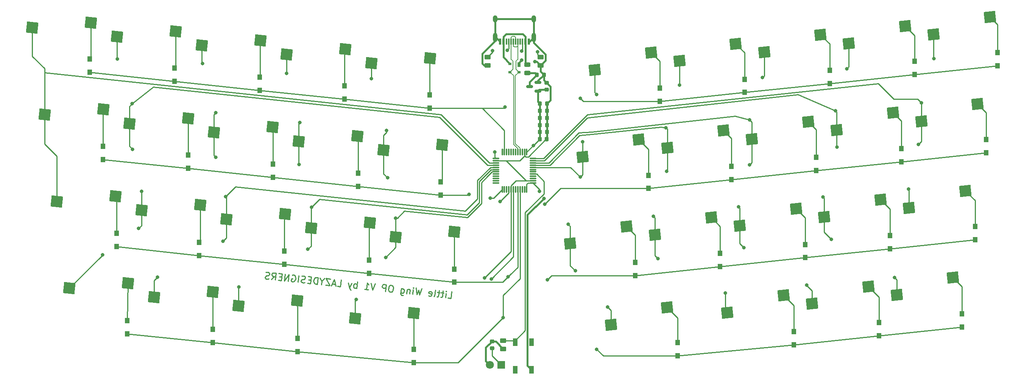
<source format=gbr>
%TF.GenerationSoftware,KiCad,Pcbnew,9.0.2*%
%TF.CreationDate,2025-09-05T14:25:20+08:00*%
%TF.ProjectId,LittleWing,4c697474-6c65-4576-996e-672e6b696361,rev?*%
%TF.SameCoordinates,Original*%
%TF.FileFunction,Copper,L2,Bot*%
%TF.FilePolarity,Positive*%
%FSLAX46Y46*%
G04 Gerber Fmt 4.6, Leading zero omitted, Abs format (unit mm)*
G04 Created by KiCad (PCBNEW 9.0.2) date 2025-09-05 14:25:20*
%MOMM*%
%LPD*%
G01*
G04 APERTURE LIST*
G04 Aperture macros list*
%AMRoundRect*
0 Rectangle with rounded corners*
0 $1 Rounding radius*
0 $2 $3 $4 $5 $6 $7 $8 $9 X,Y pos of 4 corners*
0 Add a 4 corners polygon primitive as box body*
4,1,4,$2,$3,$4,$5,$6,$7,$8,$9,$2,$3,0*
0 Add four circle primitives for the rounded corners*
1,1,$1+$1,$2,$3*
1,1,$1+$1,$4,$5*
1,1,$1+$1,$6,$7*
1,1,$1+$1,$8,$9*
0 Add four rect primitives between the rounded corners*
20,1,$1+$1,$2,$3,$4,$5,0*
20,1,$1+$1,$4,$5,$6,$7,0*
20,1,$1+$1,$6,$7,$8,$9,0*
20,1,$1+$1,$8,$9,$2,$3,0*%
%AMRotRect*
0 Rectangle, with rotation*
0 The origin of the aperture is its center*
0 $1 length*
0 $2 width*
0 $3 Rotation angle, in degrees counterclockwise*
0 Add horizontal line*
21,1,$1,$2,0,0,$3*%
G04 Aperture macros list end*
%ADD10C,0.250000*%
%TA.AperFunction,NonConductor*%
%ADD11C,0.250000*%
%TD*%
%TA.AperFunction,ComponentPad*%
%ADD12R,1.800000X1.800000*%
%TD*%
%TA.AperFunction,ComponentPad*%
%ADD13C,1.800000*%
%TD*%
%TA.AperFunction,SMDPad,CuDef*%
%ADD14RotRect,2.550000X2.500000X6.000000*%
%TD*%
%TA.AperFunction,SMDPad,CuDef*%
%ADD15RotRect,2.550000X2.500000X354.000000*%
%TD*%
%TA.AperFunction,SMDPad,CuDef*%
%ADD16R,1.000000X1.250000*%
%TD*%
%TA.AperFunction,SMDPad,CuDef*%
%ADD17RoundRect,0.225000X-0.225000X-0.250000X0.225000X-0.250000X0.225000X0.250000X-0.225000X0.250000X0*%
%TD*%
%TA.AperFunction,SMDPad,CuDef*%
%ADD18RoundRect,0.075000X0.075000X-0.662500X0.075000X0.662500X-0.075000X0.662500X-0.075000X-0.662500X0*%
%TD*%
%TA.AperFunction,SMDPad,CuDef*%
%ADD19RoundRect,0.075000X0.662500X-0.075000X0.662500X0.075000X-0.662500X0.075000X-0.662500X-0.075000X0*%
%TD*%
%TA.AperFunction,SMDPad,CuDef*%
%ADD20R,1.100000X1.800000*%
%TD*%
%TA.AperFunction,SMDPad,CuDef*%
%ADD21RoundRect,0.225000X0.250000X-0.225000X0.250000X0.225000X-0.250000X0.225000X-0.250000X-0.225000X0*%
%TD*%
%TA.AperFunction,SMDPad,CuDef*%
%ADD22RoundRect,0.150000X0.587500X0.150000X-0.587500X0.150000X-0.587500X-0.150000X0.587500X-0.150000X0*%
%TD*%
%TA.AperFunction,SMDPad,CuDef*%
%ADD23RoundRect,0.250000X-0.450000X0.262500X-0.450000X-0.262500X0.450000X-0.262500X0.450000X0.262500X0*%
%TD*%
%TA.AperFunction,SMDPad,CuDef*%
%ADD24R,0.600000X1.450000*%
%TD*%
%TA.AperFunction,SMDPad,CuDef*%
%ADD25R,0.300000X1.450000*%
%TD*%
%TA.AperFunction,ComponentPad*%
%ADD26O,1.000000X1.600000*%
%TD*%
%TA.AperFunction,ComponentPad*%
%ADD27O,1.000000X2.100000*%
%TD*%
%TA.AperFunction,SMDPad,CuDef*%
%ADD28R,0.700000X1.000000*%
%TD*%
%TA.AperFunction,SMDPad,CuDef*%
%ADD29R,0.700000X0.600000*%
%TD*%
%TA.AperFunction,SMDPad,CuDef*%
%ADD30RoundRect,0.243750X0.456250X-0.243750X0.456250X0.243750X-0.456250X0.243750X-0.456250X-0.243750X0*%
%TD*%
%TA.AperFunction,SMDPad,CuDef*%
%ADD31RoundRect,0.250000X0.450000X-0.262500X0.450000X0.262500X-0.450000X0.262500X-0.450000X-0.262500X0*%
%TD*%
%TA.AperFunction,ViaPad*%
%ADD32C,0.800000*%
%TD*%
%TA.AperFunction,Conductor*%
%ADD33C,0.381000*%
%TD*%
%TA.AperFunction,Conductor*%
%ADD34C,0.254000*%
%TD*%
%TA.AperFunction,Conductor*%
%ADD35C,0.200000*%
%TD*%
G04 APERTURE END LIST*
D10*
D11*
X152728119Y-149676122D02*
X153438492Y-149750785D01*
X153438492Y-149750785D02*
X153595284Y-148259002D01*
X152230858Y-149623857D02*
X152335386Y-148629336D01*
X152387650Y-148132075D02*
X152451221Y-148210578D01*
X152451221Y-148210578D02*
X152372718Y-148274149D01*
X152372718Y-148274149D02*
X152309147Y-148195646D01*
X152309147Y-148195646D02*
X152387650Y-148132075D01*
X152387650Y-148132075D02*
X152372718Y-148274149D01*
X151838125Y-148577071D02*
X151269827Y-148517341D01*
X151677277Y-148057411D02*
X151542883Y-149336082D01*
X151542883Y-149336082D02*
X151456914Y-149470691D01*
X151456914Y-149470691D02*
X151307373Y-149526795D01*
X151307373Y-149526795D02*
X151165298Y-149511863D01*
X150985677Y-148487475D02*
X150417379Y-148427745D01*
X150824830Y-147967816D02*
X150690436Y-149246487D01*
X150690436Y-149246487D02*
X150604466Y-149381095D01*
X150604466Y-149381095D02*
X150454925Y-149437199D01*
X150454925Y-149437199D02*
X150312851Y-149422267D01*
X149602478Y-149347604D02*
X149752019Y-149291499D01*
X149752019Y-149291499D02*
X149837989Y-149156891D01*
X149837989Y-149156891D02*
X149972382Y-147878220D01*
X148473348Y-149157105D02*
X148607956Y-149243075D01*
X148607956Y-149243075D02*
X148892105Y-149272940D01*
X148892105Y-149272940D02*
X149041646Y-149216836D01*
X149041646Y-149216836D02*
X149127616Y-149082228D01*
X149127616Y-149082228D02*
X149187347Y-148513929D01*
X149187347Y-148513929D02*
X149131242Y-148364388D01*
X149131242Y-148364388D02*
X148996634Y-148278419D01*
X148996634Y-148278419D02*
X148712485Y-148248553D01*
X148712485Y-148248553D02*
X148562944Y-148304658D01*
X148562944Y-148304658D02*
X148476974Y-148439266D01*
X148476974Y-148439266D02*
X148462041Y-148581341D01*
X148462041Y-148581341D02*
X149157481Y-148798078D01*
X146917780Y-147557168D02*
X146405801Y-149011619D01*
X146405801Y-149011619D02*
X146233647Y-147916195D01*
X146233647Y-147916195D02*
X145837503Y-148951889D01*
X145837503Y-148951889D02*
X145639109Y-147422774D01*
X144914018Y-148854827D02*
X145018546Y-147860305D01*
X145070810Y-147363044D02*
X145134381Y-147441547D01*
X145134381Y-147441547D02*
X145055878Y-147505118D01*
X145055878Y-147505118D02*
X144992307Y-147426615D01*
X144992307Y-147426615D02*
X145070810Y-147363044D01*
X145070810Y-147363044D02*
X145055878Y-147505118D01*
X144308173Y-147785641D02*
X144203645Y-148780163D01*
X144293241Y-147927716D02*
X144229670Y-147849212D01*
X144229670Y-147849212D02*
X144095061Y-147763243D01*
X144095061Y-147763243D02*
X143881950Y-147740844D01*
X143881950Y-147740844D02*
X143732409Y-147796948D01*
X143732409Y-147796948D02*
X143646439Y-147931556D01*
X143646439Y-147931556D02*
X143564309Y-148712967D01*
X142319129Y-147576585D02*
X142192202Y-148784218D01*
X142192202Y-148784218D02*
X142248306Y-148933759D01*
X142248306Y-148933759D02*
X142311877Y-149012263D01*
X142311877Y-149012263D02*
X142446486Y-149098233D01*
X142446486Y-149098233D02*
X142659598Y-149120632D01*
X142659598Y-149120632D02*
X142809138Y-149064527D01*
X142222067Y-148500069D02*
X142356675Y-148586039D01*
X142356675Y-148586039D02*
X142640824Y-148615904D01*
X142640824Y-148615904D02*
X142790365Y-148559800D01*
X142790365Y-148559800D02*
X142868869Y-148496229D01*
X142868869Y-148496229D02*
X142954839Y-148361621D01*
X142954839Y-148361621D02*
X142999637Y-147935397D01*
X142999637Y-147935397D02*
X142943532Y-147785856D01*
X142943532Y-147785856D02*
X142879961Y-147707352D01*
X142879961Y-147707352D02*
X142745353Y-147621382D01*
X142745353Y-147621382D02*
X142461204Y-147591517D01*
X142461204Y-147591517D02*
X142311663Y-147647622D01*
X140240275Y-146855334D02*
X139956126Y-146825469D01*
X139956126Y-146825469D02*
X139806585Y-146881573D01*
X139806585Y-146881573D02*
X139649578Y-147008715D01*
X139649578Y-147008715D02*
X139548675Y-147285398D01*
X139548675Y-147285398D02*
X139496411Y-147782659D01*
X139496411Y-147782659D02*
X139537583Y-148074274D01*
X139537583Y-148074274D02*
X139664725Y-148231282D01*
X139664725Y-148231282D02*
X139799333Y-148317252D01*
X139799333Y-148317252D02*
X140083482Y-148347117D01*
X140083482Y-148347117D02*
X140233023Y-148291012D01*
X140233023Y-148291012D02*
X140390031Y-148163870D01*
X140390031Y-148163870D02*
X140490933Y-147887188D01*
X140490933Y-147887188D02*
X140543197Y-147389927D01*
X140543197Y-147389927D02*
X140502025Y-147098311D01*
X140502025Y-147098311D02*
X140374883Y-146941304D01*
X140374883Y-146941304D02*
X140240275Y-146855334D01*
X138804811Y-148212723D02*
X138961604Y-146720940D01*
X138961604Y-146720940D02*
X138393305Y-146661210D01*
X138393305Y-146661210D02*
X138243765Y-146717314D01*
X138243765Y-146717314D02*
X138165261Y-146780885D01*
X138165261Y-146780885D02*
X138079291Y-146915494D01*
X138079291Y-146915494D02*
X138056892Y-147128605D01*
X138056892Y-147128605D02*
X138112997Y-147278146D01*
X138112997Y-147278146D02*
X138176568Y-147356650D01*
X138176568Y-147356650D02*
X138311176Y-147442620D01*
X138311176Y-147442620D02*
X138879474Y-147502350D01*
X136546336Y-146467085D02*
X135892283Y-147906604D01*
X135892283Y-147906604D02*
X135551815Y-146362557D01*
X134116351Y-147719946D02*
X134968798Y-147809542D01*
X134542575Y-147764744D02*
X134699367Y-146272961D01*
X134699367Y-146272961D02*
X134819043Y-146501006D01*
X134819043Y-146501006D02*
X134946185Y-146658013D01*
X134946185Y-146658013D02*
X135080793Y-146743983D01*
X132340420Y-147533288D02*
X132497212Y-146041505D01*
X132437482Y-146609804D02*
X132302874Y-146523834D01*
X132302874Y-146523834D02*
X132018724Y-146493968D01*
X132018724Y-146493968D02*
X131869184Y-146550073D01*
X131869184Y-146550073D02*
X131790680Y-146613644D01*
X131790680Y-146613644D02*
X131704710Y-146748252D01*
X131704710Y-146748252D02*
X131659912Y-147174476D01*
X131659912Y-147174476D02*
X131716017Y-147324017D01*
X131716017Y-147324017D02*
X131779588Y-147402520D01*
X131779588Y-147402520D02*
X131914196Y-147488490D01*
X131914196Y-147488490D02*
X132198345Y-147518356D01*
X132198345Y-147518356D02*
X132347886Y-147462251D01*
X131237314Y-146411839D02*
X130777599Y-147369029D01*
X130526942Y-146337176D02*
X130777599Y-147369029D01*
X130777599Y-147369029D02*
X130882342Y-147739148D01*
X130882342Y-147739148D02*
X130945913Y-147817652D01*
X130945913Y-147817652D02*
X131080522Y-147903622D01*
X128007146Y-147077843D02*
X128717519Y-147152506D01*
X128717519Y-147152506D02*
X128874311Y-145660723D01*
X127625720Y-146606821D02*
X126915347Y-146532158D01*
X127722996Y-147047977D02*
X127382528Y-145503930D01*
X127382528Y-145503930D02*
X126728475Y-146943449D01*
X126530081Y-145414335D02*
X125535559Y-145309806D01*
X125535559Y-145309806D02*
X126373288Y-146906117D01*
X126373288Y-146906117D02*
X125378767Y-146801589D01*
X124600983Y-146001620D02*
X124526320Y-146711993D01*
X125180373Y-145272475D02*
X124600983Y-146001620D01*
X124600983Y-146001620D02*
X124185851Y-145167946D01*
X123531798Y-146607465D02*
X123688591Y-145115682D01*
X123688591Y-145115682D02*
X123333404Y-145078350D01*
X123333404Y-145078350D02*
X123112826Y-145126989D01*
X123112826Y-145126989D02*
X122955819Y-145254131D01*
X122955819Y-145254131D02*
X122869849Y-145388739D01*
X122869849Y-145388739D02*
X122768947Y-145665422D01*
X122768947Y-145665422D02*
X122746548Y-145878533D01*
X122746548Y-145878533D02*
X122787720Y-146170149D01*
X122787720Y-146170149D02*
X122843824Y-146319690D01*
X122843824Y-146319690D02*
X122970966Y-146476697D01*
X122970966Y-146476697D02*
X123176612Y-146570133D01*
X123176612Y-146570133D02*
X123531798Y-146607465D01*
X122122145Y-145669262D02*
X121624884Y-145616998D01*
X121329642Y-146376009D02*
X122040015Y-146450672D01*
X122040015Y-146450672D02*
X122196808Y-144958889D01*
X122196808Y-144958889D02*
X121486435Y-144884226D01*
X120768810Y-146245241D02*
X120548232Y-146293879D01*
X120548232Y-146293879D02*
X120193046Y-146256548D01*
X120193046Y-146256548D02*
X120058438Y-146170578D01*
X120058438Y-146170578D02*
X119994867Y-146092074D01*
X119994867Y-146092074D02*
X119938762Y-145942533D01*
X119938762Y-145942533D02*
X119953695Y-145800459D01*
X119953695Y-145800459D02*
X120039665Y-145665851D01*
X120039665Y-145665851D02*
X120118168Y-145602280D01*
X120118168Y-145602280D02*
X120267709Y-145546175D01*
X120267709Y-145546175D02*
X120559324Y-145505003D01*
X120559324Y-145505003D02*
X120708865Y-145448898D01*
X120708865Y-145448898D02*
X120787369Y-145385327D01*
X120787369Y-145385327D02*
X120873339Y-145250719D01*
X120873339Y-145250719D02*
X120888271Y-145108645D01*
X120888271Y-145108645D02*
X120832167Y-144959104D01*
X120832167Y-144959104D02*
X120768596Y-144880600D01*
X120768596Y-144880600D02*
X120633988Y-144794630D01*
X120633988Y-144794630D02*
X120278801Y-144757299D01*
X120278801Y-144757299D02*
X120058223Y-144805937D01*
X119269562Y-146159486D02*
X119426354Y-144667703D01*
X117927105Y-144581947D02*
X118076646Y-144525843D01*
X118076646Y-144525843D02*
X118289758Y-144548242D01*
X118289758Y-144548242D02*
X118495403Y-144641678D01*
X118495403Y-144641678D02*
X118622545Y-144798685D01*
X118622545Y-144798685D02*
X118678650Y-144948226D01*
X118678650Y-144948226D02*
X118719822Y-145239841D01*
X118719822Y-145239841D02*
X118697423Y-145452953D01*
X118697423Y-145452953D02*
X118596520Y-145729636D01*
X118596520Y-145729636D02*
X118510550Y-145864244D01*
X118510550Y-145864244D02*
X118353543Y-145991386D01*
X118353543Y-145991386D02*
X118132965Y-146040025D01*
X118132965Y-146040025D02*
X117990890Y-146025092D01*
X117990890Y-146025092D02*
X117785245Y-145931656D01*
X117785245Y-145931656D02*
X117721674Y-145853152D01*
X117721674Y-145853152D02*
X117773938Y-145355891D01*
X117773938Y-145355891D02*
X118058087Y-145385756D01*
X117067406Y-145928030D02*
X117224198Y-144436247D01*
X117224198Y-144436247D02*
X116214958Y-145838434D01*
X116214958Y-145838434D02*
X116371751Y-144346651D01*
X115586715Y-144982361D02*
X115089454Y-144930096D01*
X114794212Y-145689107D02*
X115504585Y-145763771D01*
X115504585Y-145763771D02*
X115661378Y-144271988D01*
X115661378Y-144271988D02*
X114951005Y-144197325D01*
X113302429Y-145532315D02*
X113874354Y-144874206D01*
X114154877Y-145621911D02*
X114311669Y-144130128D01*
X114311669Y-144130128D02*
X113743371Y-144070397D01*
X113743371Y-144070397D02*
X113593830Y-144126502D01*
X113593830Y-144126502D02*
X113515327Y-144190073D01*
X113515327Y-144190073D02*
X113429357Y-144324681D01*
X113429357Y-144324681D02*
X113406958Y-144537793D01*
X113406958Y-144537793D02*
X113463063Y-144687334D01*
X113463063Y-144687334D02*
X113526633Y-144765837D01*
X113526633Y-144765837D02*
X113661242Y-144851807D01*
X113661242Y-144851807D02*
X114229540Y-144911538D01*
X112741598Y-145401547D02*
X112521019Y-145450185D01*
X112521019Y-145450185D02*
X112165833Y-145412854D01*
X112165833Y-145412854D02*
X112031225Y-145326884D01*
X112031225Y-145326884D02*
X111967654Y-145248380D01*
X111967654Y-145248380D02*
X111911549Y-145098839D01*
X111911549Y-145098839D02*
X111926482Y-144956765D01*
X111926482Y-144956765D02*
X112012452Y-144822156D01*
X112012452Y-144822156D02*
X112090955Y-144758586D01*
X112090955Y-144758586D02*
X112240496Y-144702481D01*
X112240496Y-144702481D02*
X112532112Y-144661309D01*
X112532112Y-144661309D02*
X112681652Y-144605204D01*
X112681652Y-144605204D02*
X112760156Y-144541633D01*
X112760156Y-144541633D02*
X112846126Y-144407025D01*
X112846126Y-144407025D02*
X112861059Y-144264950D01*
X112861059Y-144264950D02*
X112804954Y-144115410D01*
X112804954Y-144115410D02*
X112741383Y-144036906D01*
X112741383Y-144036906D02*
X112606775Y-143950936D01*
X112606775Y-143950936D02*
X112251588Y-143913605D01*
X112251588Y-143913605D02*
X112031010Y-143962243D01*
D12*
X164706784Y-164693422D03*
D13*
X162166784Y-164693422D03*
D14*
X204553638Y-96634223D03*
X217144320Y-92756896D03*
D15*
X141104643Y-136043054D03*
X154226330Y-134868208D03*
D14*
X180123638Y-137524223D03*
X192714320Y-133646896D03*
D16*
X154166784Y-146168422D03*
X154166784Y-143218422D03*
D17*
X173366784Y-112543422D03*
X174916784Y-112543422D03*
D15*
X116684643Y-95153054D03*
X129806330Y-93978208D03*
D16*
X78666784Y-138168422D03*
X78666784Y-135218422D03*
X110666784Y-103168422D03*
X110666784Y-100218422D03*
X267766784Y-156168422D03*
X267766784Y-153218422D03*
D14*
X189223638Y-155714223D03*
X201814320Y-151836896D03*
D16*
X270666784Y-136668422D03*
X270666784Y-133718422D03*
D14*
X215283638Y-152974223D03*
X227874320Y-149096896D03*
D16*
X235166784Y-121168422D03*
X235166784Y-118218422D03*
D14*
X182883638Y-118074223D03*
X195474320Y-114196896D03*
D18*
X170416784Y-125355922D03*
X169916784Y-125355922D03*
X169416784Y-125355922D03*
X168916783Y-125355922D03*
X168416784Y-125355922D03*
X167916784Y-125355922D03*
X167416784Y-125355922D03*
X166916784Y-125355922D03*
X166416785Y-125355922D03*
X165916784Y-125355922D03*
X165416784Y-125355922D03*
X164916784Y-125355922D03*
D19*
X163504284Y-123943422D03*
X163504284Y-123443422D03*
X163504284Y-122943422D03*
X163504284Y-122443421D03*
X163504284Y-121943422D03*
X163504284Y-121443422D03*
X163504284Y-120943422D03*
X163504284Y-120443422D03*
X163504284Y-119943423D03*
X163504284Y-119443422D03*
X163504284Y-118943422D03*
X163504284Y-118443422D03*
D18*
X164916784Y-117030922D03*
X165416784Y-117030922D03*
X165916784Y-117030922D03*
X166416785Y-117030922D03*
X166916784Y-117030922D03*
X167416784Y-117030922D03*
X167916784Y-117030922D03*
X168416784Y-117030922D03*
X168916783Y-117030922D03*
X169416784Y-117030922D03*
X169916784Y-117030922D03*
X170416784Y-117030922D03*
D19*
X171829284Y-118443422D03*
X171829284Y-118943422D03*
X171829284Y-119443422D03*
X171829284Y-119943423D03*
X171829284Y-120443422D03*
X171829284Y-120943422D03*
X171829284Y-121443422D03*
X171829284Y-121943422D03*
X171829284Y-122443421D03*
X171829284Y-122943422D03*
X171829284Y-123443422D03*
X171829284Y-123943422D03*
D15*
X68086099Y-147526752D03*
X81207786Y-146351906D03*
D20*
X171516784Y-165793422D03*
X167816784Y-159593422D03*
X167816784Y-165793422D03*
X171516784Y-159593422D03*
D16*
X238166784Y-101668422D03*
X238166784Y-98718422D03*
D14*
X223513638Y-94644223D03*
X236104320Y-90766896D03*
X234208638Y-150992273D03*
X246799320Y-147114946D03*
D16*
X232666784Y-140668422D03*
X232666784Y-137718422D03*
D21*
X162666784Y-160968422D03*
X162666784Y-159418422D03*
D16*
X75666784Y-118668422D03*
X75666784Y-115718422D03*
X251666784Y-138668422D03*
X251666784Y-135718422D03*
D14*
X220763638Y-114104223D03*
X233354320Y-110226896D03*
D15*
X105964643Y-151493054D03*
X119086330Y-150318208D03*
D14*
X201833638Y-116084223D03*
X214424320Y-112206896D03*
D22*
X172904284Y-101443422D03*
X172904284Y-103343422D03*
X171029284Y-102393422D03*
D15*
X87034643Y-149493054D03*
X100156330Y-148318208D03*
D16*
X213666784Y-142668422D03*
X213666784Y-139718422D03*
D17*
X173366784Y-107780922D03*
X174916784Y-107780922D03*
D16*
X197657515Y-125168422D03*
X197657515Y-122218422D03*
X145166784Y-164168422D03*
X145166784Y-161218422D03*
X249166784Y-158168422D03*
X249166784Y-155218422D03*
X204166784Y-162668422D03*
X204166784Y-159718422D03*
D14*
X253155094Y-149007921D03*
X265745776Y-145130594D03*
D23*
X161666784Y-95780922D03*
X161666784Y-97605922D03*
D16*
X230166784Y-160168422D03*
X230166784Y-157218422D03*
X132666784Y-124668422D03*
X132666784Y-121718422D03*
D14*
X258663638Y-110124223D03*
X271254320Y-106246896D03*
D24*
X164441784Y-92303422D03*
X165216784Y-92303422D03*
D25*
X165916784Y-92303422D03*
X166416784Y-92303422D03*
X166916784Y-92303422D03*
X167416784Y-92303422D03*
X167916784Y-92303422D03*
X168416784Y-92303422D03*
X168916784Y-92303422D03*
X169416784Y-92303422D03*
D24*
X170116784Y-92303422D03*
X170891784Y-92303422D03*
D26*
X163346784Y-87208422D03*
D27*
X163346784Y-91388422D03*
D26*
X171986784Y-87208422D03*
D27*
X171986784Y-91388422D03*
D16*
X116166784Y-142168422D03*
X116166784Y-139218422D03*
D17*
X173348034Y-114130922D03*
X174898034Y-114130922D03*
D14*
X261383638Y-90674223D03*
X273974320Y-86796896D03*
D15*
X65324643Y-128063054D03*
X78446330Y-126888208D03*
D16*
X200166784Y-105668422D03*
X200166784Y-102718422D03*
X113666784Y-122668422D03*
X113666784Y-119718422D03*
D15*
X78794643Y-91173054D03*
X91916330Y-89998208D03*
D28*
X168666784Y-97443422D03*
D29*
X168666784Y-99143422D03*
X166666784Y-99143422D03*
X166666784Y-97243422D03*
D14*
X199073638Y-135534223D03*
X211664320Y-131656896D03*
D16*
X94666784Y-120668422D03*
X94666784Y-117718422D03*
X216166784Y-123168422D03*
X216166784Y-120218422D03*
X151166784Y-126668422D03*
X151166784Y-123718422D03*
X135166784Y-144168422D03*
X135166784Y-141218422D03*
X257166784Y-99668422D03*
X257166784Y-96718422D03*
D17*
X173366784Y-106193422D03*
X174916784Y-106193422D03*
X173366784Y-109368422D03*
X174916784Y-109368422D03*
D15*
X122164643Y-134053054D03*
X135286330Y-132878208D03*
X138374643Y-116593054D03*
X151496330Y-115418208D03*
D16*
X254166784Y-119168422D03*
X254166784Y-116218422D03*
D30*
X170566784Y-99330922D03*
X170566784Y-97455922D03*
D15*
X81534643Y-110613054D03*
X94656330Y-109438208D03*
D14*
X218033638Y-133544223D03*
X230624320Y-129666896D03*
X185603638Y-98624223D03*
X198194320Y-94746896D03*
D16*
X81066784Y-157718422D03*
X81066784Y-154768422D03*
D15*
X119424643Y-114603054D03*
X132546330Y-113428208D03*
D16*
X119166784Y-161668422D03*
X119166784Y-158718422D03*
D21*
X174866784Y-103068422D03*
X174866784Y-101518422D03*
D17*
X172691784Y-99693422D03*
X174241784Y-99693422D03*
D16*
X275666784Y-97668422D03*
X275666784Y-94718422D03*
D23*
X165166784Y-159280922D03*
X165166784Y-161105922D03*
D14*
X239713638Y-112114223D03*
X252304320Y-108236896D03*
D15*
X84274643Y-130053054D03*
X97396330Y-128878208D03*
X97734643Y-93163054D03*
X110856330Y-91988208D03*
D17*
X173366784Y-110955922D03*
X174916784Y-110955922D03*
D14*
X242453638Y-92664223D03*
X255044320Y-88786896D03*
D16*
X72666784Y-99168422D03*
X72666784Y-96218422D03*
X148666784Y-107168422D03*
X148666784Y-104218422D03*
X129666784Y-105168422D03*
X129666784Y-102218422D03*
X100166784Y-159668422D03*
X100166784Y-156718422D03*
D15*
X100474643Y-112603054D03*
X113596330Y-111428208D03*
D14*
X255913638Y-129564223D03*
X268504320Y-125686896D03*
D16*
X91666784Y-101168422D03*
X91666784Y-98218422D03*
D15*
X62584643Y-108623054D03*
X75706330Y-107448208D03*
D31*
X173513812Y-97605922D03*
X173513812Y-95780922D03*
D14*
X236963638Y-131554223D03*
X249554320Y-127676896D03*
D16*
X219166784Y-103668422D03*
X219166784Y-100718422D03*
D15*
X135624643Y-97143054D03*
X148746330Y-95968208D03*
D16*
X273166784Y-117168422D03*
X273166784Y-114218422D03*
X194666784Y-144668422D03*
X194666784Y-141718422D03*
X97166784Y-140168422D03*
X97166784Y-137218422D03*
D15*
X59844643Y-89183054D03*
X72966330Y-88008208D03*
X103224643Y-132043054D03*
X116346330Y-130868208D03*
X132014643Y-154243054D03*
X145136330Y-153068208D03*
D32*
X160966784Y-145193422D03*
X169266784Y-96393422D03*
X172266784Y-96793422D03*
X162466784Y-145441422D03*
X174266784Y-127393422D03*
X171860534Y-115587172D03*
X164466784Y-128093422D03*
X173266784Y-125793422D03*
X163266784Y-116993422D03*
X165566784Y-106893422D03*
X182366784Y-104993422D03*
X174466784Y-128693422D03*
X162266784Y-127293422D03*
X157466784Y-126493422D03*
X166241784Y-144968422D03*
X175066784Y-145593422D03*
X165162893Y-154089531D03*
X186066784Y-161193422D03*
X82266784Y-116393422D03*
X84266784Y-125793422D03*
X78866784Y-96193422D03*
X82166784Y-106193422D03*
X83616784Y-134143422D03*
X75516784Y-139993422D03*
X103066784Y-126993422D03*
X97866784Y-97193422D03*
X100866784Y-118193422D03*
X87866784Y-144993422D03*
X102466784Y-136993422D03*
X100866784Y-108193422D03*
X119666784Y-110393422D03*
X116666784Y-99393422D03*
X119466784Y-119793422D03*
X121466784Y-138793422D03*
X106066784Y-147193422D03*
X122266784Y-129393422D03*
X132266784Y-149993422D03*
X141066784Y-131793422D03*
X135666784Y-100593422D03*
X138866784Y-140593422D03*
X139266784Y-122793422D03*
X139066784Y-112193422D03*
X188466784Y-151693422D03*
X182883638Y-114693422D03*
X181266784Y-143593422D03*
X179666784Y-133193422D03*
X186066784Y-104093422D03*
X182366784Y-122593422D03*
X198766784Y-131393422D03*
X204566784Y-101993422D03*
X214866784Y-148593422D03*
X201666784Y-121293422D03*
X201566784Y-111593422D03*
X199766784Y-140893422D03*
X218966784Y-138393422D03*
X217766784Y-129293422D03*
X233066784Y-146793422D03*
X220266784Y-119893422D03*
X223166784Y-100293422D03*
X220266784Y-109793422D03*
X239466784Y-107793422D03*
X238566784Y-136543422D03*
X239766784Y-115893422D03*
X241966784Y-98393422D03*
X252666784Y-145143422D03*
X236666784Y-127093422D03*
X257966784Y-115293422D03*
X258666784Y-105993422D03*
X255766784Y-125293422D03*
X261466784Y-96093422D03*
X169266784Y-94393422D03*
X172866784Y-94593422D03*
X162766784Y-94293422D03*
X166066784Y-94193422D03*
D33*
X174916784Y-106193422D02*
X174916784Y-107780922D01*
D34*
X169916784Y-117030922D02*
X169916784Y-117840430D01*
D33*
X173513812Y-97605922D02*
X173513812Y-98965450D01*
X174916784Y-109368422D02*
X174916784Y-110955922D01*
X171986784Y-91388422D02*
X171986784Y-87208422D01*
X168666784Y-96993422D02*
X169266784Y-96393422D01*
X172266784Y-96793422D02*
X172701312Y-96793422D01*
X160466784Y-94993422D02*
X163346784Y-92113422D01*
X174916784Y-114112172D02*
X174898034Y-114130922D01*
X175733284Y-102384922D02*
X175733284Y-105376922D01*
D34*
X170666784Y-123443422D02*
X171829284Y-123443422D01*
X166916784Y-125355922D02*
X166916784Y-139243422D01*
X170763784Y-118096422D02*
X174729284Y-114130922D01*
D33*
X174241784Y-99693422D02*
X174241784Y-100893422D01*
X163346784Y-91388422D02*
X163526784Y-91388422D01*
X173513812Y-97605922D02*
X174605312Y-96514422D01*
D34*
X170316784Y-123443422D02*
X170666784Y-123443422D01*
X166916784Y-139243422D02*
X160966784Y-145193422D01*
D33*
X171986784Y-92513422D02*
X171986784Y-91388422D01*
X172904284Y-101030922D02*
X174241784Y-99693422D01*
D34*
X174729284Y-114130922D02*
X174898034Y-114130922D01*
D33*
X174241784Y-100893422D02*
X174866784Y-101518422D01*
X160879284Y-97605922D02*
X160466784Y-97193422D01*
X162666784Y-159418422D02*
X161266784Y-160818422D01*
X163479284Y-159418422D02*
X165166784Y-161105922D01*
X171071784Y-92303422D02*
X171986784Y-91388422D01*
X168666784Y-97443422D02*
X168666784Y-96993422D01*
D34*
X168813792Y-118943422D02*
X165166784Y-118943422D01*
X166916784Y-125355922D02*
X166916784Y-124546414D01*
D33*
X174916784Y-107780922D02*
X174916784Y-109368422D01*
X175733284Y-105376922D02*
X174916784Y-106193422D01*
D34*
X166916784Y-124546414D02*
X168019776Y-123443422D01*
D33*
X173513812Y-98965450D02*
X174241784Y-99693422D01*
X170891784Y-92303422D02*
X171071784Y-92303422D01*
X174605312Y-95131950D02*
X171986784Y-92513422D01*
X161266784Y-160818422D02*
X161266784Y-163793422D01*
X174605312Y-96514422D02*
X174605312Y-95131950D01*
X172904284Y-101443422D02*
X172904284Y-101030922D01*
D34*
X165816784Y-118943422D02*
X170316784Y-123443422D01*
X165166784Y-118943422D02*
X163504284Y-118943422D01*
D33*
X161266784Y-163793422D02*
X162166784Y-164693422D01*
X163346784Y-92113422D02*
X163346784Y-91388422D01*
X163526784Y-91388422D02*
X164441784Y-92303422D01*
D34*
X169916784Y-117840430D02*
X170172776Y-118096422D01*
D33*
X161666784Y-97605922D02*
X160879284Y-97605922D01*
D34*
X168019776Y-123443422D02*
X170666784Y-123443422D01*
D33*
X174866784Y-101518422D02*
X175733284Y-102384922D01*
X163346784Y-91388422D02*
X163346784Y-87208422D01*
D34*
X169916784Y-117840430D02*
X168813792Y-118943422D01*
D33*
X162666784Y-159418422D02*
X163479284Y-159418422D01*
X174916784Y-110955922D02*
X174916784Y-112543422D01*
X163346784Y-87208422D02*
X171986784Y-87208422D01*
X172701312Y-96793422D02*
X173513812Y-97605922D01*
X160466784Y-97193422D02*
X160466784Y-94993422D01*
D34*
X170172776Y-118096422D02*
X170763784Y-118096422D01*
X165166784Y-118943422D02*
X165816784Y-118943422D01*
D33*
X174916784Y-112543422D02*
X174916784Y-114112172D01*
D34*
X162666784Y-162653422D02*
X164706784Y-164693422D01*
X167416784Y-140491422D02*
X162466784Y-145441422D01*
X162666784Y-160968422D02*
X162666784Y-162653422D01*
X167416784Y-125355922D02*
X167416784Y-140491422D01*
X170416784Y-125355922D02*
X170416784Y-124243422D01*
X170416784Y-124243422D02*
X170716784Y-123943422D01*
D33*
X173366784Y-109368422D02*
X173366784Y-110955922D01*
X173179284Y-103068422D02*
X172904284Y-103343422D01*
D34*
X164488792Y-128093422D02*
X164466784Y-128093422D01*
D33*
X174866784Y-103068422D02*
X173179284Y-103068422D01*
X172904284Y-103343422D02*
X172904284Y-105730922D01*
X173366784Y-110955922D02*
X173366784Y-112543422D01*
D34*
X166416785Y-126165429D02*
X164488792Y-128093422D01*
D33*
X172904284Y-105730922D02*
X173366784Y-106193422D01*
X173366784Y-114112172D02*
X173348034Y-114130922D01*
D34*
X170416784Y-117030922D02*
X171860534Y-115587172D01*
D33*
X173366784Y-107780922D02*
X173366784Y-109368422D01*
D34*
X171829284Y-123943422D02*
X173266784Y-125380922D01*
D33*
X173366784Y-112543422D02*
X173366784Y-114112172D01*
D34*
X163504284Y-118443422D02*
X163266784Y-118205922D01*
X171860534Y-115587172D02*
X173316784Y-114130922D01*
X163266784Y-118205922D02*
X163266784Y-116993422D01*
X173266784Y-125380922D02*
X173266784Y-125793422D01*
D33*
X171516784Y-165793422D02*
X170575284Y-164851922D01*
D34*
X173316784Y-114130922D02*
X173348034Y-114130922D01*
D33*
X170575284Y-131084922D02*
X174266784Y-127393422D01*
D34*
X170716784Y-123943422D02*
X171829284Y-123943422D01*
D33*
X170575284Y-164851922D02*
X170575284Y-131084922D01*
X173366784Y-106193422D02*
X173366784Y-107780922D01*
D34*
X166416785Y-125355922D02*
X166416785Y-126165429D01*
D33*
X172691784Y-99693422D02*
X171029284Y-101355922D01*
X171029284Y-101355922D02*
X171029284Y-102393422D01*
X170566784Y-99330922D02*
X172329284Y-99330922D01*
X172329284Y-99330922D02*
X172691784Y-99693422D01*
D34*
X165416784Y-112143422D02*
X165416784Y-117030922D01*
X257166784Y-99668422D02*
X275666784Y-97668422D01*
X200166784Y-105668422D02*
X219166784Y-103668422D01*
X165291784Y-107168422D02*
X165566784Y-106893422D01*
X110666784Y-103168422D02*
X129666784Y-105168422D01*
X129666784Y-105168422D02*
X148666784Y-107168422D01*
X72666784Y-99168422D02*
X91666784Y-101168422D01*
X219166784Y-103668422D02*
X238166784Y-101668422D01*
X160441784Y-107168422D02*
X165416784Y-112143422D01*
X238166784Y-101668422D02*
X257166784Y-99668422D01*
X148666784Y-107168422D02*
X160441784Y-107168422D01*
X182366784Y-104993422D02*
X183041784Y-105668422D01*
X91666784Y-101168422D02*
X110666784Y-103168422D01*
X183041784Y-105668422D02*
X200166784Y-105668422D01*
X160441784Y-107168422D02*
X165291784Y-107168422D01*
X72966329Y-95918877D02*
X72966329Y-88008208D01*
X72666784Y-96218422D02*
X72966329Y-95918877D01*
X75666784Y-107487754D02*
X75706330Y-107448208D01*
X75666784Y-115718422D02*
X75666784Y-107487754D01*
X78666784Y-127108662D02*
X78446330Y-126888208D01*
X78666784Y-135218422D02*
X78666784Y-127108662D01*
X100166784Y-156718422D02*
X100166784Y-148328662D01*
X100166784Y-148328662D02*
X100156330Y-148318208D01*
X91866784Y-98018422D02*
X91866784Y-90047754D01*
X91666784Y-98218422D02*
X91866784Y-98018422D01*
X91866784Y-90047754D02*
X91916330Y-89998208D01*
X94666784Y-109448662D02*
X94656330Y-109438208D01*
X94666784Y-117718422D02*
X94666784Y-109448662D01*
X97366784Y-137018422D02*
X97366784Y-128907754D01*
X97166784Y-137218422D02*
X97366784Y-137018422D01*
X97366784Y-128907754D02*
X97396330Y-128878208D01*
X119166784Y-158718422D02*
X119166784Y-150398662D01*
X119166784Y-150398662D02*
X119086330Y-150318208D01*
X110666784Y-100218422D02*
X110766784Y-100118422D01*
X110766784Y-100118422D02*
X110766784Y-92077754D01*
X110766784Y-92077754D02*
X110856330Y-91988208D01*
X197657515Y-125168422D02*
X216166784Y-123168422D01*
X197657515Y-125168422D02*
X177991784Y-125168422D01*
X162979284Y-127293422D02*
X164916784Y-125355922D01*
X75666784Y-118668422D02*
X94666784Y-120668422D01*
X216166784Y-123168422D02*
X235166784Y-121168422D01*
X94666784Y-120668422D02*
X113666784Y-122668422D01*
X235166784Y-121168422D02*
X254166784Y-119168422D01*
X254166784Y-119168422D02*
X273166784Y-117168422D01*
X113666784Y-122668422D02*
X132666784Y-124668422D01*
X177991784Y-125168422D02*
X174466784Y-128693422D01*
X151166784Y-126668422D02*
X157291784Y-126668422D01*
X132666784Y-124668422D02*
X151166784Y-126668422D01*
X162266784Y-127293422D02*
X162979284Y-127293422D01*
X157291784Y-126668422D02*
X157466784Y-126493422D01*
X113666784Y-119718422D02*
X113666784Y-111498662D01*
X113666784Y-111498662D02*
X113596330Y-111428208D01*
X116166784Y-139218422D02*
X116166784Y-131047754D01*
X116166784Y-131047754D02*
X116346330Y-130868208D01*
X129666784Y-94117754D02*
X129806330Y-93978208D01*
X129666784Y-102218422D02*
X129666784Y-94117754D01*
X132666784Y-121718422D02*
X132666784Y-113548662D01*
X132666784Y-113548662D02*
X132546330Y-113428208D01*
X135166784Y-141218422D02*
X135166784Y-132997754D01*
X135166784Y-132997754D02*
X135286330Y-132878208D01*
X148666784Y-104218422D02*
X148666784Y-96047754D01*
X148666784Y-96047754D02*
X148746330Y-95968208D01*
X151166784Y-123718422D02*
X151496330Y-123388876D01*
X151496330Y-123388876D02*
X151496330Y-115418208D01*
X154166784Y-134927754D02*
X154226330Y-134868208D01*
X154166784Y-143218422D02*
X154166784Y-134927754D01*
X200166784Y-102718422D02*
X200166784Y-96719360D01*
X200166784Y-96719360D02*
X198194320Y-94746896D01*
X197657515Y-122218422D02*
X197657515Y-116380092D01*
X197657515Y-116380092D02*
X195474320Y-114196897D01*
X165041784Y-146168422D02*
X166241784Y-144968422D01*
X168416784Y-142793422D02*
X168416784Y-125355922D01*
X175066784Y-145593422D02*
X175991784Y-144668422D01*
X251666784Y-138668422D02*
X270666784Y-136668422D01*
X154166784Y-146168422D02*
X165041784Y-146168422D01*
X213666784Y-142668422D02*
X232666784Y-140668422D01*
X175991784Y-144668422D02*
X194666784Y-144668422D01*
X194666784Y-144668422D02*
X213666784Y-142668422D01*
X166241784Y-144968422D02*
X166741784Y-144468422D01*
X135166784Y-144168422D02*
X154166784Y-146168422D01*
X116166784Y-142168422D02*
X135166784Y-144168422D01*
X232666784Y-140668422D02*
X251666784Y-138668422D01*
X166741784Y-144468422D02*
X168416784Y-142793422D01*
X97166784Y-140168422D02*
X116166784Y-142168422D01*
X78666784Y-138168422D02*
X97166784Y-140168422D01*
X194666784Y-135599361D02*
X192714320Y-133646897D01*
X194666784Y-141718422D02*
X194666784Y-135599361D01*
X204166784Y-159718422D02*
X204166784Y-154189361D01*
X204166784Y-154189361D02*
X201814320Y-151836897D01*
X219166784Y-94779360D02*
X217144320Y-92756896D01*
X219166784Y-100718422D02*
X219166784Y-94779360D01*
X216166784Y-113949361D02*
X214424320Y-112206897D01*
X216166784Y-120218422D02*
X216166784Y-113949361D01*
X213666784Y-139718422D02*
X213666784Y-133659361D01*
X213666784Y-133659361D02*
X211664320Y-131656897D01*
X238166784Y-98718422D02*
X238166784Y-92829361D01*
X238166784Y-92829361D02*
X236104320Y-90766897D01*
X235166784Y-112039361D02*
X233354320Y-110226897D01*
X235166784Y-118218422D02*
X235166784Y-112039361D01*
X232666784Y-137718422D02*
X232666784Y-131709361D01*
X232666784Y-131709361D02*
X230624320Y-129666897D01*
X230166784Y-157218422D02*
X230166784Y-151389361D01*
X230166784Y-151389361D02*
X227874320Y-149096897D01*
X257166784Y-96718422D02*
X257166784Y-90909361D01*
X257166784Y-90909361D02*
X255044320Y-88786897D01*
X254166784Y-116218422D02*
X254166784Y-110099361D01*
X254166784Y-110099361D02*
X252304320Y-108236897D01*
X187541784Y-162668422D02*
X204166784Y-162668422D01*
X186066784Y-161193422D02*
X187541784Y-162668422D01*
X119166784Y-161668422D02*
X145166784Y-164168422D01*
X249166784Y-158168422D02*
X267766784Y-156168422D01*
X168916783Y-145343423D02*
X165162893Y-149097313D01*
X204166784Y-162668422D02*
X230166784Y-160168422D01*
X168916783Y-125355922D02*
X168916783Y-145343423D01*
X165162893Y-149097313D02*
X165162893Y-154089531D01*
X165162893Y-154089531D02*
X155084002Y-164168422D01*
X100166784Y-159668422D02*
X119166784Y-161668422D01*
X230166784Y-160168422D02*
X249166784Y-158168422D01*
X100166784Y-159668422D02*
X81066784Y-157718422D01*
X155084002Y-164168422D02*
X145166784Y-164168422D01*
X251666784Y-129789361D02*
X249554320Y-127676897D01*
X251666784Y-135718422D02*
X251666784Y-129789361D01*
X249166784Y-149482411D02*
X246799320Y-147114947D01*
X249166784Y-155218422D02*
X249166784Y-149482411D01*
X275666784Y-94718422D02*
X275666784Y-88489361D01*
X275666784Y-88489361D02*
X273974320Y-86796897D01*
X62584643Y-115211281D02*
X65324643Y-117951281D01*
X163504284Y-119443422D02*
X162116784Y-119443422D01*
X62584643Y-99193422D02*
X62584643Y-108623054D01*
X162116784Y-119443422D02*
X151266784Y-108593422D01*
X59844643Y-89183055D02*
X59844643Y-95571281D01*
X62584643Y-98311281D02*
X62584643Y-99193422D01*
X65324643Y-117951281D02*
X65324643Y-128063054D01*
X62584643Y-99193422D02*
X151266784Y-108593422D01*
X62584643Y-108623054D02*
X62584643Y-115211281D01*
X59844643Y-95571281D02*
X62584643Y-98311281D01*
X84274643Y-130053054D02*
X84274643Y-125801281D01*
X81534643Y-115661281D02*
X82266784Y-116393422D01*
X86866784Y-102414723D02*
X82166784Y-106193422D01*
X84274643Y-133485563D02*
X84274643Y-130053054D01*
X150871707Y-109198345D02*
X161616785Y-119943423D01*
X161616785Y-119943423D02*
X163504284Y-119943423D01*
X78794643Y-96121281D02*
X78866784Y-96193422D01*
X78794643Y-91173054D02*
X78794643Y-96121281D01*
X84274643Y-125801281D02*
X84266784Y-125793422D01*
X82166784Y-106193422D02*
X81534643Y-106825563D01*
X75516784Y-140096067D02*
X75516784Y-139993422D01*
X86866784Y-102414723D02*
X150865301Y-109198345D01*
X83616784Y-134143422D02*
X84274643Y-133485563D01*
X150865301Y-109198345D02*
X150871707Y-109198345D01*
X81534643Y-110613054D02*
X81534643Y-115661281D01*
X68086099Y-147526752D02*
X75516784Y-140096067D01*
X81534643Y-106825563D02*
X81534643Y-110613054D01*
X100474643Y-108585563D02*
X100474643Y-112603054D01*
X162316784Y-120443422D02*
X159366784Y-123393422D01*
X159366784Y-123393422D02*
X159366784Y-127493422D01*
X103224643Y-132043054D02*
X103224643Y-136235563D01*
X103224643Y-136235563D02*
X102466784Y-136993422D01*
X103066784Y-126993422D02*
X103224643Y-127151281D01*
X87866784Y-144993422D02*
X87034643Y-145825563D01*
X97734643Y-93163054D02*
X97734643Y-97061281D01*
X159366784Y-127493422D02*
X156666784Y-130193422D01*
X105266784Y-124793422D02*
X156666784Y-130193422D01*
X87034643Y-145825563D02*
X87034643Y-149493054D01*
X100474643Y-112603054D02*
X100474643Y-117801281D01*
X100474643Y-117801281D02*
X100866784Y-118193422D01*
X103224643Y-127151281D02*
X103224643Y-132043054D01*
X103066784Y-126993422D02*
X105266784Y-124793422D01*
X163504284Y-120443422D02*
X162316784Y-120443422D01*
X100866784Y-108193422D02*
X100474643Y-108585563D01*
X97734643Y-97061281D02*
X97866784Y-97193422D01*
X124066784Y-127593422D02*
X157066784Y-131072338D01*
X119424643Y-110635563D02*
X119424643Y-114603054D01*
X116684643Y-95153054D02*
X116684643Y-99375563D01*
X116684643Y-99375563D02*
X116666784Y-99393422D01*
X159820784Y-123581474D02*
X159820784Y-127681474D01*
X122164643Y-129495563D02*
X122164643Y-134053054D01*
X106066784Y-147193422D02*
X105964643Y-147295563D01*
X122266784Y-129393422D02*
X124066784Y-127593422D01*
X162458836Y-120943422D02*
X159820784Y-123581474D01*
X105964643Y-147295563D02*
X105964643Y-151493054D01*
X159812784Y-128326338D02*
X157066784Y-131072338D01*
X119666784Y-110393422D02*
X119424643Y-110635563D01*
X159812784Y-127689475D02*
X159812784Y-128326338D01*
X122266784Y-129393422D02*
X122164643Y-129495563D01*
X122164643Y-138095563D02*
X121466784Y-138793422D01*
X159820784Y-127681474D02*
X159812784Y-127689475D01*
X163504284Y-120943422D02*
X162458836Y-120943422D01*
X119424643Y-119751281D02*
X119466784Y-119793422D01*
X119424643Y-114603054D02*
X119424643Y-119751281D01*
X122164643Y-134053054D02*
X122164643Y-138095563D01*
X132266784Y-149993422D02*
X132014643Y-150245563D01*
X132014643Y-150245563D02*
X132014643Y-154243054D01*
X143066784Y-130193422D02*
X141466784Y-131793422D01*
X138374643Y-121901281D02*
X139266784Y-122793422D01*
X161605780Y-122532418D02*
X162694776Y-121443422D01*
X157166784Y-131658357D02*
X143066784Y-130193422D01*
X161605780Y-122532418D02*
X160274784Y-123863414D01*
X138374643Y-116593054D02*
X138374643Y-121901281D01*
X160266784Y-128558357D02*
X157166784Y-131658357D01*
X138374643Y-113285563D02*
X138374643Y-116593054D01*
X139066784Y-112593422D02*
X138374643Y-113285563D01*
X141104643Y-131831281D02*
X141066784Y-131793422D01*
X162694776Y-121443422D02*
X163504284Y-121443422D01*
X160266784Y-127877527D02*
X160266784Y-128558357D01*
X135624643Y-97143054D02*
X135624643Y-100551281D01*
X160274784Y-123863414D02*
X160274784Y-127869526D01*
X141466784Y-131793422D02*
X141066784Y-131793422D01*
X141104643Y-138355563D02*
X138866784Y-140593422D01*
X141104643Y-136043054D02*
X141104643Y-131831281D01*
X160274784Y-127869526D02*
X160266784Y-127877527D01*
X135624643Y-100551281D02*
X135666784Y-100593422D01*
X141104643Y-136043054D02*
X141104643Y-138355563D01*
X139066784Y-112193422D02*
X139066784Y-112593422D01*
X180216784Y-120443422D02*
X182366784Y-122593422D01*
X182883638Y-118074223D02*
X182883638Y-122076568D01*
X180123638Y-137524223D02*
X180123638Y-142450276D01*
X182883638Y-122076568D02*
X182366784Y-122593422D01*
X185603638Y-103630276D02*
X186066784Y-104093422D01*
X180123638Y-142450276D02*
X181266784Y-143593422D01*
X179666784Y-133193422D02*
X180123638Y-133650276D01*
X188466784Y-151693422D02*
X189223638Y-152450276D01*
X180123638Y-133650276D02*
X180123638Y-137524223D01*
X182883638Y-118074223D02*
X182883638Y-114693422D01*
X189223638Y-152450276D02*
X189223638Y-155714223D01*
X185603638Y-98624223D02*
X185603638Y-103630276D01*
X171829284Y-120443422D02*
X180216784Y-120443422D01*
X199073638Y-131700276D02*
X199073638Y-135534223D01*
X214866784Y-152557369D02*
X215283638Y-152974223D01*
X200466784Y-111393422D02*
X201566784Y-111593422D01*
X182266784Y-113293422D02*
X175616783Y-119943423D01*
X198716784Y-111567594D02*
X200466784Y-111393422D01*
X198716784Y-111567594D02*
X185016784Y-113019250D01*
X204553638Y-96634223D02*
X204553638Y-101980276D01*
X201833638Y-111860276D02*
X201833638Y-116084223D01*
X199073638Y-135534223D02*
X199073638Y-140200276D01*
X201833638Y-116084223D02*
X201833638Y-121126568D01*
X185016784Y-113019250D02*
X182266784Y-113293422D01*
X199073638Y-140200276D02*
X199766784Y-140893422D01*
X201833638Y-121126568D02*
X201666784Y-121293422D01*
X201566784Y-111593422D02*
X201833638Y-111860276D01*
X198766784Y-131393422D02*
X199073638Y-131700276D01*
X214866784Y-148593422D02*
X214866784Y-152557369D01*
X204553638Y-101980276D02*
X204566784Y-101993422D01*
X175616783Y-119943423D02*
X171829284Y-119943423D01*
X217066784Y-108993422D02*
X220266784Y-109793422D01*
X233066784Y-146793422D02*
X233066784Y-146893422D01*
X220266784Y-109793422D02*
X220763638Y-110290276D01*
X233066784Y-146893422D02*
X234208638Y-148035276D01*
X220763638Y-119396568D02*
X220266784Y-119893422D01*
X175374731Y-119443422D02*
X182095757Y-112722395D01*
X220763638Y-114104223D02*
X220763638Y-119396568D01*
X223513638Y-94644223D02*
X223513638Y-99946568D01*
X217766784Y-129293422D02*
X218033638Y-129560276D01*
X220763638Y-110290276D02*
X220763638Y-114104223D01*
X223513638Y-99946568D02*
X223166784Y-100293422D01*
X184966784Y-112493422D02*
X217066784Y-108993422D01*
X234208638Y-148035276D02*
X234208638Y-150992273D01*
X171829284Y-119443422D02*
X175374731Y-119443422D01*
X218033638Y-133544223D02*
X218033638Y-137460276D01*
X184966784Y-112493422D02*
X182095757Y-112722395D01*
X218033638Y-129560276D02*
X218033638Y-133544223D01*
X218033638Y-137460276D02*
X218966784Y-138393422D01*
X184366784Y-109293422D02*
X231066784Y-104173196D01*
X183916784Y-109343422D02*
X184366784Y-109293422D01*
X239713638Y-115840276D02*
X239766784Y-115893422D01*
X253155094Y-145631732D02*
X253155094Y-149007921D01*
X231066784Y-104173196D02*
X239466784Y-107793422D01*
X242453638Y-92664223D02*
X242453638Y-97906568D01*
X171829284Y-118943422D02*
X174316784Y-118943422D01*
X252666784Y-145143422D02*
X253155094Y-145631732D01*
X174316784Y-118943422D02*
X183916784Y-109343422D01*
X239713638Y-108040276D02*
X239713638Y-112114223D01*
X236963638Y-131554223D02*
X236963638Y-134940276D01*
X236666784Y-127093422D02*
X236963638Y-127390276D01*
X239466784Y-107793422D02*
X239713638Y-108040276D01*
X236963638Y-127390276D02*
X236963638Y-131554223D01*
X236963638Y-134940276D02*
X238566784Y-136543422D01*
X242453638Y-97906568D02*
X241966784Y-98393422D01*
X239713638Y-112114223D02*
X239713638Y-115840276D01*
X257866784Y-105193422D02*
X252512498Y-105193422D01*
X183998102Y-108593422D02*
X174148102Y-118443422D01*
X258663638Y-110124223D02*
X258663638Y-114596568D01*
X258666784Y-105993422D02*
X257866784Y-105193422D01*
X252512498Y-105193422D02*
X249039641Y-101720565D01*
X258663638Y-114596568D02*
X257966784Y-115293422D01*
X249039641Y-101720565D02*
X184066784Y-108593422D01*
X258663638Y-110124223D02*
X258663638Y-105996568D01*
X258663638Y-105996568D02*
X258666784Y-105993422D01*
X184066784Y-108593422D02*
X183998102Y-108593422D01*
X261383638Y-96010276D02*
X261466784Y-96093422D01*
X174148102Y-118443422D02*
X171829284Y-118443422D01*
X255913638Y-125440276D02*
X255913638Y-129564223D01*
X261383638Y-90674223D02*
X261383638Y-96010276D01*
X255766784Y-125293422D02*
X255913638Y-125440276D01*
D33*
X170566784Y-97455922D02*
X170116784Y-97005922D01*
X165216784Y-95793422D02*
X165216784Y-92303422D01*
X170116784Y-97005922D02*
X170116784Y-92303422D01*
X165811284Y-90602922D02*
X169522284Y-90602922D01*
X165216784Y-91197422D02*
X165811284Y-90602922D01*
X170116784Y-91197422D02*
X170116784Y-92303422D01*
X166666784Y-97243422D02*
X165216784Y-95793422D01*
X165216784Y-92303422D02*
X165216784Y-91197422D01*
X169522284Y-90602922D02*
X170116784Y-91197422D01*
D34*
X169416784Y-92303422D02*
X169416784Y-94243422D01*
X172866784Y-95133894D02*
X173513812Y-95780922D01*
X169416784Y-94243422D02*
X169266784Y-94393422D01*
X172866784Y-94593422D02*
X172866784Y-95133894D01*
X273166784Y-114218422D02*
X273166784Y-108159361D01*
X273166784Y-108159361D02*
X271254320Y-106246897D01*
X145166784Y-161218422D02*
X145166784Y-153098662D01*
X145166784Y-153098662D02*
X145136330Y-153068208D01*
X270666784Y-133718422D02*
X270666784Y-127849361D01*
X270666784Y-127849361D02*
X268504320Y-125686897D01*
X174266784Y-126365288D02*
X174266784Y-123571413D01*
X167504284Y-159280922D02*
X167816784Y-159593422D01*
X167816784Y-159243422D02*
X170057783Y-157002423D01*
X172638793Y-121943422D02*
X171829284Y-121943422D01*
X170057783Y-130574289D02*
X174266784Y-126365288D01*
X167816784Y-159593422D02*
X167816784Y-159243422D01*
X165166784Y-159280922D02*
X167504284Y-159280922D01*
X170057783Y-157002423D02*
X170057783Y-130574289D01*
X174266784Y-123571413D02*
X172638793Y-121943422D01*
X162766784Y-94293422D02*
X162766784Y-94680922D01*
X166416784Y-92303422D02*
X166416784Y-93843422D01*
X166416784Y-93843422D02*
X166066784Y-94193422D01*
X162766784Y-94680922D02*
X161666784Y-95780922D01*
D35*
X168416784Y-117030922D02*
X168416784Y-116259598D01*
X167149784Y-91093422D02*
X167683784Y-91093422D01*
X167683784Y-91093422D02*
X167916784Y-91326422D01*
X167317784Y-98492422D02*
X166666784Y-99143422D01*
X166916784Y-91326422D02*
X167149784Y-91093422D01*
X168416784Y-116259598D02*
X167466784Y-115309598D01*
X167916784Y-91326422D02*
X167916784Y-92303422D01*
X167466784Y-115309598D02*
X167466784Y-99943422D01*
X166916784Y-92303422D02*
X166916784Y-96241422D01*
X166916784Y-96241422D02*
X167317784Y-96642422D01*
X167317784Y-96642422D02*
X167317784Y-98492422D01*
X167466784Y-99943422D02*
X166666784Y-99143422D01*
X166916784Y-92303422D02*
X166916784Y-91326422D01*
X168203784Y-93493422D02*
X168416784Y-93280422D01*
X167629784Y-93493422D02*
X168203784Y-93493422D01*
X167416784Y-93280422D02*
X167629784Y-93493422D01*
X167416784Y-92303422D02*
X167416784Y-93280422D01*
X168416784Y-92303422D02*
X168416784Y-96241422D01*
X168666784Y-99143422D02*
X167867784Y-99942422D01*
X168416784Y-93280422D02*
X168416784Y-92303422D01*
X168015784Y-98492422D02*
X168666784Y-99143422D01*
X167867784Y-99942422D02*
X167867784Y-115143498D01*
X168916783Y-116192497D02*
X168916783Y-117030922D01*
X167867784Y-115143498D02*
X168916783Y-116192497D01*
X168015784Y-96642422D02*
X168015784Y-98492422D01*
X168416784Y-96241422D02*
X168015784Y-96642422D01*
D34*
X81066784Y-154768422D02*
X81207786Y-146351906D01*
X267766784Y-147151602D02*
X265745776Y-145130594D01*
X267766784Y-153218422D02*
X267766784Y-147151602D01*
M02*

</source>
